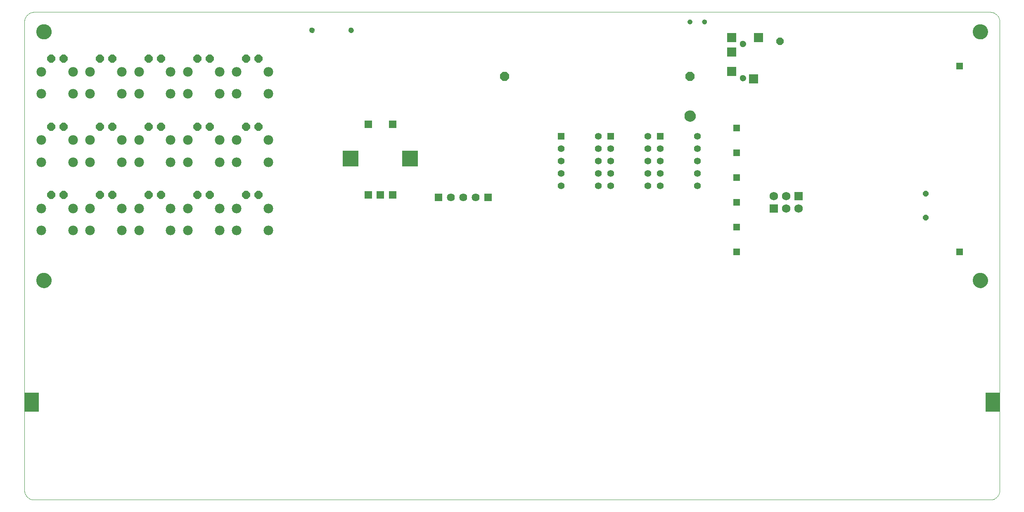
<source format=gbs>
G75*
G70*
%OFA0B0*%
%FSLAX24Y24*%
%IPPOS*%
%LPD*%
%AMOC8*
5,1,8,0,0,1.08239X$1,22.5*
%
%ADD10C,0.0000*%
%ADD11C,0.1221*%
%ADD12R,0.1181X0.1575*%
%ADD13R,0.0634X0.0634*%
%ADD14R,0.1306X0.1306*%
%ADD15C,0.0780*%
%ADD16OC8,0.0640*%
%ADD17C,0.0434*%
%ADD18R,0.0555X0.0555*%
%ADD19C,0.0555*%
%ADD20R,0.0640X0.0640*%
%ADD21C,0.0640*%
%ADD22OC8,0.0749*%
%ADD23C,0.0906*%
%ADD24R,0.0749X0.0749*%
%ADD25C,0.0512*%
%ADD26OC8,0.0440*%
%ADD27R,0.0683X0.0683*%
%ADD28C,0.0683*%
%ADD29C,0.0394*%
%ADD30R,0.0571X0.0571*%
%ADD31OC8,0.0571*%
D10*
X000927Y000100D02*
X078093Y000100D01*
X078147Y000102D01*
X078200Y000107D01*
X078253Y000116D01*
X078305Y000129D01*
X078357Y000145D01*
X078407Y000165D01*
X078455Y000188D01*
X078502Y000215D01*
X078547Y000244D01*
X078590Y000277D01*
X078630Y000312D01*
X078668Y000350D01*
X078703Y000390D01*
X078736Y000433D01*
X078765Y000478D01*
X078792Y000525D01*
X078815Y000573D01*
X078835Y000623D01*
X078851Y000675D01*
X078864Y000727D01*
X078873Y000780D01*
X078878Y000833D01*
X078880Y000887D01*
X078880Y038683D01*
X078878Y038737D01*
X078873Y038790D01*
X078864Y038843D01*
X078851Y038895D01*
X078835Y038947D01*
X078815Y038997D01*
X078792Y039045D01*
X078765Y039092D01*
X078736Y039137D01*
X078703Y039180D01*
X078668Y039220D01*
X078630Y039258D01*
X078590Y039293D01*
X078547Y039326D01*
X078502Y039355D01*
X078455Y039382D01*
X078407Y039405D01*
X078357Y039425D01*
X078305Y039441D01*
X078253Y039454D01*
X078200Y039463D01*
X078147Y039468D01*
X078093Y039470D01*
X000927Y039470D01*
X000873Y039468D01*
X000820Y039463D01*
X000767Y039454D01*
X000715Y039441D01*
X000663Y039425D01*
X000613Y039405D01*
X000565Y039382D01*
X000518Y039355D01*
X000473Y039326D01*
X000430Y039293D01*
X000390Y039258D01*
X000352Y039220D01*
X000317Y039180D01*
X000284Y039137D01*
X000255Y039092D01*
X000228Y039045D01*
X000205Y038997D01*
X000185Y038947D01*
X000169Y038895D01*
X000156Y038843D01*
X000147Y038790D01*
X000142Y038737D01*
X000140Y038683D01*
X000140Y000887D01*
X000142Y000833D01*
X000147Y000780D01*
X000156Y000727D01*
X000169Y000675D01*
X000185Y000623D01*
X000205Y000573D01*
X000228Y000525D01*
X000255Y000478D01*
X000284Y000433D01*
X000317Y000390D01*
X000352Y000350D01*
X000390Y000312D01*
X000430Y000277D01*
X000473Y000244D01*
X000518Y000215D01*
X000565Y000188D01*
X000613Y000165D01*
X000663Y000145D01*
X000715Y000129D01*
X000767Y000116D01*
X000820Y000107D01*
X000873Y000102D01*
X000927Y000100D01*
X001124Y017817D02*
X001126Y017865D01*
X001132Y017913D01*
X001142Y017960D01*
X001155Y018006D01*
X001173Y018051D01*
X001193Y018095D01*
X001218Y018137D01*
X001246Y018176D01*
X001276Y018213D01*
X001310Y018247D01*
X001347Y018279D01*
X001385Y018308D01*
X001426Y018333D01*
X001469Y018355D01*
X001514Y018373D01*
X001560Y018387D01*
X001607Y018398D01*
X001655Y018405D01*
X001703Y018408D01*
X001751Y018407D01*
X001799Y018402D01*
X001847Y018393D01*
X001893Y018381D01*
X001938Y018364D01*
X001982Y018344D01*
X002024Y018321D01*
X002064Y018294D01*
X002102Y018264D01*
X002137Y018231D01*
X002169Y018195D01*
X002199Y018157D01*
X002225Y018116D01*
X002247Y018073D01*
X002267Y018029D01*
X002282Y017984D01*
X002294Y017937D01*
X002302Y017889D01*
X002306Y017841D01*
X002306Y017793D01*
X002302Y017745D01*
X002294Y017697D01*
X002282Y017650D01*
X002267Y017605D01*
X002247Y017561D01*
X002225Y017518D01*
X002199Y017477D01*
X002169Y017439D01*
X002137Y017403D01*
X002102Y017370D01*
X002064Y017340D01*
X002024Y017313D01*
X001982Y017290D01*
X001938Y017270D01*
X001893Y017253D01*
X001847Y017241D01*
X001799Y017232D01*
X001751Y017227D01*
X001703Y017226D01*
X001655Y017229D01*
X001607Y017236D01*
X001560Y017247D01*
X001514Y017261D01*
X001469Y017279D01*
X001426Y017301D01*
X001385Y017326D01*
X001347Y017355D01*
X001310Y017387D01*
X001276Y017421D01*
X001246Y017458D01*
X001218Y017497D01*
X001193Y017539D01*
X001173Y017583D01*
X001155Y017628D01*
X001142Y017674D01*
X001132Y017721D01*
X001126Y017769D01*
X001124Y017817D01*
X001124Y037895D02*
X001126Y037943D01*
X001132Y037991D01*
X001142Y038038D01*
X001155Y038084D01*
X001173Y038129D01*
X001193Y038173D01*
X001218Y038215D01*
X001246Y038254D01*
X001276Y038291D01*
X001310Y038325D01*
X001347Y038357D01*
X001385Y038386D01*
X001426Y038411D01*
X001469Y038433D01*
X001514Y038451D01*
X001560Y038465D01*
X001607Y038476D01*
X001655Y038483D01*
X001703Y038486D01*
X001751Y038485D01*
X001799Y038480D01*
X001847Y038471D01*
X001893Y038459D01*
X001938Y038442D01*
X001982Y038422D01*
X002024Y038399D01*
X002064Y038372D01*
X002102Y038342D01*
X002137Y038309D01*
X002169Y038273D01*
X002199Y038235D01*
X002225Y038194D01*
X002247Y038151D01*
X002267Y038107D01*
X002282Y038062D01*
X002294Y038015D01*
X002302Y037967D01*
X002306Y037919D01*
X002306Y037871D01*
X002302Y037823D01*
X002294Y037775D01*
X002282Y037728D01*
X002267Y037683D01*
X002247Y037639D01*
X002225Y037596D01*
X002199Y037555D01*
X002169Y037517D01*
X002137Y037481D01*
X002102Y037448D01*
X002064Y037418D01*
X002024Y037391D01*
X001982Y037368D01*
X001938Y037348D01*
X001893Y037331D01*
X001847Y037319D01*
X001799Y037310D01*
X001751Y037305D01*
X001703Y037304D01*
X001655Y037307D01*
X001607Y037314D01*
X001560Y037325D01*
X001514Y037339D01*
X001469Y037357D01*
X001426Y037379D01*
X001385Y037404D01*
X001347Y037433D01*
X001310Y037465D01*
X001276Y037499D01*
X001246Y037536D01*
X001218Y037575D01*
X001193Y037617D01*
X001173Y037661D01*
X001155Y037706D01*
X001142Y037752D01*
X001132Y037799D01*
X001126Y037847D01*
X001124Y037895D01*
X023152Y038013D02*
X023154Y038040D01*
X023160Y038067D01*
X023169Y038093D01*
X023182Y038117D01*
X023198Y038140D01*
X023217Y038159D01*
X023239Y038176D01*
X023263Y038190D01*
X023288Y038200D01*
X023315Y038207D01*
X023342Y038210D01*
X023370Y038209D01*
X023397Y038204D01*
X023423Y038196D01*
X023447Y038184D01*
X023470Y038168D01*
X023491Y038150D01*
X023508Y038129D01*
X023523Y038105D01*
X023534Y038080D01*
X023542Y038054D01*
X023546Y038027D01*
X023546Y037999D01*
X023542Y037972D01*
X023534Y037946D01*
X023523Y037921D01*
X023508Y037897D01*
X023491Y037876D01*
X023470Y037858D01*
X023448Y037842D01*
X023423Y037830D01*
X023397Y037822D01*
X023370Y037817D01*
X023342Y037816D01*
X023315Y037819D01*
X023288Y037826D01*
X023263Y037836D01*
X023239Y037850D01*
X023217Y037867D01*
X023198Y037886D01*
X023182Y037909D01*
X023169Y037933D01*
X023160Y037959D01*
X023154Y037986D01*
X023152Y038013D01*
X026301Y038013D02*
X026303Y038040D01*
X026309Y038067D01*
X026318Y038093D01*
X026331Y038117D01*
X026347Y038140D01*
X026366Y038159D01*
X026388Y038176D01*
X026412Y038190D01*
X026437Y038200D01*
X026464Y038207D01*
X026491Y038210D01*
X026519Y038209D01*
X026546Y038204D01*
X026572Y038196D01*
X026596Y038184D01*
X026619Y038168D01*
X026640Y038150D01*
X026657Y038129D01*
X026672Y038105D01*
X026683Y038080D01*
X026691Y038054D01*
X026695Y038027D01*
X026695Y037999D01*
X026691Y037972D01*
X026683Y037946D01*
X026672Y037921D01*
X026657Y037897D01*
X026640Y037876D01*
X026619Y037858D01*
X026597Y037842D01*
X026572Y037830D01*
X026546Y037822D01*
X026519Y037817D01*
X026491Y037816D01*
X026464Y037819D01*
X026437Y037826D01*
X026412Y037836D01*
X026388Y037850D01*
X026366Y037867D01*
X026347Y037886D01*
X026331Y037909D01*
X026318Y037933D01*
X026309Y037959D01*
X026303Y037986D01*
X026301Y038013D01*
X053678Y038691D02*
X053680Y038717D01*
X053686Y038743D01*
X053696Y038768D01*
X053709Y038791D01*
X053725Y038811D01*
X053745Y038829D01*
X053767Y038844D01*
X053790Y038856D01*
X053816Y038864D01*
X053842Y038868D01*
X053868Y038868D01*
X053894Y038864D01*
X053920Y038856D01*
X053944Y038844D01*
X053965Y038829D01*
X053985Y038811D01*
X054001Y038791D01*
X054014Y038768D01*
X054024Y038743D01*
X054030Y038717D01*
X054032Y038691D01*
X054030Y038665D01*
X054024Y038639D01*
X054014Y038614D01*
X054001Y038591D01*
X053985Y038571D01*
X053965Y038553D01*
X053943Y038538D01*
X053920Y038526D01*
X053894Y038518D01*
X053868Y038514D01*
X053842Y038514D01*
X053816Y038518D01*
X053790Y038526D01*
X053766Y038538D01*
X053745Y038553D01*
X053725Y038571D01*
X053709Y038591D01*
X053696Y038614D01*
X053686Y038639D01*
X053680Y038665D01*
X053678Y038691D01*
X054859Y038691D02*
X054861Y038717D01*
X054867Y038743D01*
X054877Y038768D01*
X054890Y038791D01*
X054906Y038811D01*
X054926Y038829D01*
X054948Y038844D01*
X054971Y038856D01*
X054997Y038864D01*
X055023Y038868D01*
X055049Y038868D01*
X055075Y038864D01*
X055101Y038856D01*
X055125Y038844D01*
X055146Y038829D01*
X055166Y038811D01*
X055182Y038791D01*
X055195Y038768D01*
X055205Y038743D01*
X055211Y038717D01*
X055213Y038691D01*
X055211Y038665D01*
X055205Y038639D01*
X055195Y038614D01*
X055182Y038591D01*
X055166Y038571D01*
X055146Y038553D01*
X055124Y038538D01*
X055101Y038526D01*
X055075Y038518D01*
X055049Y038514D01*
X055023Y038514D01*
X054997Y038518D01*
X054971Y038526D01*
X054947Y038538D01*
X054926Y038553D01*
X054906Y038571D01*
X054890Y038591D01*
X054877Y038614D01*
X054867Y038639D01*
X054861Y038665D01*
X054859Y038691D01*
X057896Y036911D02*
X057898Y036941D01*
X057904Y036971D01*
X057913Y037000D01*
X057926Y037027D01*
X057943Y037052D01*
X057962Y037075D01*
X057985Y037096D01*
X058010Y037113D01*
X058036Y037127D01*
X058065Y037137D01*
X058094Y037144D01*
X058124Y037147D01*
X058155Y037146D01*
X058185Y037141D01*
X058214Y037132D01*
X058241Y037120D01*
X058267Y037105D01*
X058291Y037086D01*
X058312Y037064D01*
X058330Y037040D01*
X058345Y037013D01*
X058356Y036985D01*
X058364Y036956D01*
X058368Y036926D01*
X058368Y036896D01*
X058364Y036866D01*
X058356Y036837D01*
X058345Y036809D01*
X058330Y036782D01*
X058312Y036758D01*
X058291Y036736D01*
X058267Y036717D01*
X058241Y036702D01*
X058214Y036690D01*
X058185Y036681D01*
X058155Y036676D01*
X058124Y036675D01*
X058094Y036678D01*
X058065Y036685D01*
X058036Y036695D01*
X058010Y036709D01*
X057985Y036726D01*
X057962Y036747D01*
X057943Y036770D01*
X057926Y036795D01*
X057913Y036822D01*
X057904Y036851D01*
X057898Y036881D01*
X057896Y036911D01*
X057896Y034155D02*
X057898Y034185D01*
X057904Y034215D01*
X057913Y034244D01*
X057926Y034271D01*
X057943Y034296D01*
X057962Y034319D01*
X057985Y034340D01*
X058010Y034357D01*
X058036Y034371D01*
X058065Y034381D01*
X058094Y034388D01*
X058124Y034391D01*
X058155Y034390D01*
X058185Y034385D01*
X058214Y034376D01*
X058241Y034364D01*
X058267Y034349D01*
X058291Y034330D01*
X058312Y034308D01*
X058330Y034284D01*
X058345Y034257D01*
X058356Y034229D01*
X058364Y034200D01*
X058368Y034170D01*
X058368Y034140D01*
X058364Y034110D01*
X058356Y034081D01*
X058345Y034053D01*
X058330Y034026D01*
X058312Y034002D01*
X058291Y033980D01*
X058267Y033961D01*
X058241Y033946D01*
X058214Y033934D01*
X058185Y033925D01*
X058155Y033920D01*
X058124Y033919D01*
X058094Y033922D01*
X058065Y033929D01*
X058036Y033939D01*
X058010Y033953D01*
X057985Y033970D01*
X057962Y033991D01*
X057943Y034014D01*
X057926Y034039D01*
X057913Y034066D01*
X057904Y034095D01*
X057898Y034125D01*
X057896Y034155D01*
X053443Y031093D02*
X053445Y031134D01*
X053451Y031175D01*
X053461Y031215D01*
X053474Y031254D01*
X053491Y031291D01*
X053512Y031327D01*
X053536Y031361D01*
X053563Y031392D01*
X053592Y031420D01*
X053625Y031446D01*
X053659Y031468D01*
X053696Y031487D01*
X053734Y031502D01*
X053774Y031514D01*
X053814Y031522D01*
X053855Y031526D01*
X053897Y031526D01*
X053938Y031522D01*
X053978Y031514D01*
X054018Y031502D01*
X054056Y031487D01*
X054092Y031468D01*
X054127Y031446D01*
X054160Y031420D01*
X054189Y031392D01*
X054216Y031361D01*
X054240Y031327D01*
X054261Y031291D01*
X054278Y031254D01*
X054291Y031215D01*
X054301Y031175D01*
X054307Y031134D01*
X054309Y031093D01*
X054307Y031052D01*
X054301Y031011D01*
X054291Y030971D01*
X054278Y030932D01*
X054261Y030895D01*
X054240Y030859D01*
X054216Y030825D01*
X054189Y030794D01*
X054160Y030766D01*
X054127Y030740D01*
X054093Y030718D01*
X054056Y030699D01*
X054018Y030684D01*
X053978Y030672D01*
X053938Y030664D01*
X053897Y030660D01*
X053855Y030660D01*
X053814Y030664D01*
X053774Y030672D01*
X053734Y030684D01*
X053696Y030699D01*
X053660Y030718D01*
X053625Y030740D01*
X053592Y030766D01*
X053563Y030794D01*
X053536Y030825D01*
X053512Y030859D01*
X053491Y030895D01*
X053474Y030932D01*
X053461Y030971D01*
X053451Y031011D01*
X053445Y031052D01*
X053443Y031093D01*
X076714Y037895D02*
X076716Y037943D01*
X076722Y037991D01*
X076732Y038038D01*
X076745Y038084D01*
X076763Y038129D01*
X076783Y038173D01*
X076808Y038215D01*
X076836Y038254D01*
X076866Y038291D01*
X076900Y038325D01*
X076937Y038357D01*
X076975Y038386D01*
X077016Y038411D01*
X077059Y038433D01*
X077104Y038451D01*
X077150Y038465D01*
X077197Y038476D01*
X077245Y038483D01*
X077293Y038486D01*
X077341Y038485D01*
X077389Y038480D01*
X077437Y038471D01*
X077483Y038459D01*
X077528Y038442D01*
X077572Y038422D01*
X077614Y038399D01*
X077654Y038372D01*
X077692Y038342D01*
X077727Y038309D01*
X077759Y038273D01*
X077789Y038235D01*
X077815Y038194D01*
X077837Y038151D01*
X077857Y038107D01*
X077872Y038062D01*
X077884Y038015D01*
X077892Y037967D01*
X077896Y037919D01*
X077896Y037871D01*
X077892Y037823D01*
X077884Y037775D01*
X077872Y037728D01*
X077857Y037683D01*
X077837Y037639D01*
X077815Y037596D01*
X077789Y037555D01*
X077759Y037517D01*
X077727Y037481D01*
X077692Y037448D01*
X077654Y037418D01*
X077614Y037391D01*
X077572Y037368D01*
X077528Y037348D01*
X077483Y037331D01*
X077437Y037319D01*
X077389Y037310D01*
X077341Y037305D01*
X077293Y037304D01*
X077245Y037307D01*
X077197Y037314D01*
X077150Y037325D01*
X077104Y037339D01*
X077059Y037357D01*
X077016Y037379D01*
X076975Y037404D01*
X076937Y037433D01*
X076900Y037465D01*
X076866Y037499D01*
X076836Y037536D01*
X076808Y037575D01*
X076783Y037617D01*
X076763Y037661D01*
X076745Y037706D01*
X076732Y037752D01*
X076722Y037799D01*
X076716Y037847D01*
X076714Y037895D01*
X076714Y017817D02*
X076716Y017865D01*
X076722Y017913D01*
X076732Y017960D01*
X076745Y018006D01*
X076763Y018051D01*
X076783Y018095D01*
X076808Y018137D01*
X076836Y018176D01*
X076866Y018213D01*
X076900Y018247D01*
X076937Y018279D01*
X076975Y018308D01*
X077016Y018333D01*
X077059Y018355D01*
X077104Y018373D01*
X077150Y018387D01*
X077197Y018398D01*
X077245Y018405D01*
X077293Y018408D01*
X077341Y018407D01*
X077389Y018402D01*
X077437Y018393D01*
X077483Y018381D01*
X077528Y018364D01*
X077572Y018344D01*
X077614Y018321D01*
X077654Y018294D01*
X077692Y018264D01*
X077727Y018231D01*
X077759Y018195D01*
X077789Y018157D01*
X077815Y018116D01*
X077837Y018073D01*
X077857Y018029D01*
X077872Y017984D01*
X077884Y017937D01*
X077892Y017889D01*
X077896Y017841D01*
X077896Y017793D01*
X077892Y017745D01*
X077884Y017697D01*
X077872Y017650D01*
X077857Y017605D01*
X077837Y017561D01*
X077815Y017518D01*
X077789Y017477D01*
X077759Y017439D01*
X077727Y017403D01*
X077692Y017370D01*
X077654Y017340D01*
X077614Y017313D01*
X077572Y017290D01*
X077528Y017270D01*
X077483Y017253D01*
X077437Y017241D01*
X077389Y017232D01*
X077341Y017227D01*
X077293Y017226D01*
X077245Y017229D01*
X077197Y017236D01*
X077150Y017247D01*
X077104Y017261D01*
X077059Y017279D01*
X077016Y017301D01*
X076975Y017326D01*
X076937Y017355D01*
X076900Y017387D01*
X076866Y017421D01*
X076836Y017458D01*
X076808Y017497D01*
X076783Y017539D01*
X076763Y017583D01*
X076745Y017628D01*
X076732Y017674D01*
X076722Y017721D01*
X076716Y017769D01*
X076714Y017817D01*
D11*
X077305Y017817D03*
X077305Y037895D03*
X001715Y037895D03*
X001715Y017817D03*
D12*
X000731Y007974D03*
X078290Y007974D03*
D13*
X029864Y024706D03*
X028880Y024706D03*
X027896Y024706D03*
X027896Y030415D03*
X029864Y030415D03*
D14*
X031282Y027659D03*
X026479Y027659D03*
D15*
X019826Y027360D03*
X019826Y029140D03*
X017266Y029140D03*
X015889Y029140D03*
X015889Y027360D03*
X017266Y027360D03*
X013329Y027360D03*
X011951Y027360D03*
X011951Y029140D03*
X013329Y029140D03*
X009391Y029140D03*
X008014Y029140D03*
X008014Y027360D03*
X009391Y027360D03*
X005454Y027360D03*
X004077Y027360D03*
X004077Y029140D03*
X005454Y029140D03*
X001517Y029140D03*
X001517Y027360D03*
X001517Y023628D03*
X004077Y023628D03*
X005454Y023628D03*
X008014Y023628D03*
X009391Y023628D03*
X011951Y023628D03*
X013329Y023628D03*
X015889Y023628D03*
X017266Y023628D03*
X019826Y023628D03*
X019826Y021848D03*
X017266Y021848D03*
X015889Y021848D03*
X013329Y021848D03*
X011951Y021848D03*
X009391Y021848D03*
X008014Y021848D03*
X005454Y021848D03*
X004077Y021848D03*
X001517Y021848D03*
X001517Y032871D03*
X001517Y034651D03*
X004077Y034651D03*
X005454Y034651D03*
X005454Y032871D03*
X004077Y032871D03*
X008014Y032871D03*
X009391Y032871D03*
X009391Y034651D03*
X008014Y034651D03*
X011951Y034651D03*
X013329Y034651D03*
X013329Y032871D03*
X011951Y032871D03*
X015889Y032871D03*
X017266Y032871D03*
X017266Y034651D03*
X015889Y034651D03*
X019826Y034651D03*
X019826Y032871D03*
D16*
X019046Y030218D03*
X018046Y030218D03*
X015109Y030218D03*
X014109Y030218D03*
X011171Y030218D03*
X010171Y030218D03*
X007234Y030218D03*
X006234Y030218D03*
X003297Y030218D03*
X002297Y030218D03*
X002297Y024706D03*
X003297Y024706D03*
X006234Y024706D03*
X007234Y024706D03*
X010171Y024706D03*
X011171Y024706D03*
X014109Y024706D03*
X015109Y024706D03*
X018046Y024706D03*
X019046Y024706D03*
X019046Y035730D03*
X018046Y035730D03*
X015109Y035730D03*
X014109Y035730D03*
X011171Y035730D03*
X010171Y035730D03*
X007234Y035730D03*
X006234Y035730D03*
X003297Y035730D03*
X002297Y035730D03*
D17*
X023349Y038013D03*
X026498Y038013D03*
D18*
X043459Y029439D03*
X047459Y029439D03*
X051459Y029439D03*
D19*
X050459Y029439D03*
X050459Y028439D03*
X051459Y028439D03*
X051459Y027439D03*
X050459Y027439D03*
X050459Y026439D03*
X051459Y026439D03*
X051459Y025439D03*
X050459Y025439D03*
X047459Y025439D03*
X046459Y025439D03*
X046459Y026439D03*
X046459Y027439D03*
X047459Y027439D03*
X047459Y026439D03*
X047459Y028439D03*
X046459Y028439D03*
X046459Y029439D03*
X043459Y028439D03*
X043459Y027439D03*
X043459Y026439D03*
X043459Y025439D03*
X054459Y025439D03*
X054459Y026439D03*
X054459Y027439D03*
X054459Y028439D03*
X054459Y029439D03*
D20*
X037555Y024524D03*
X033555Y024524D03*
D21*
X034555Y024524D03*
X035555Y024524D03*
X036555Y024524D03*
D22*
X038915Y034293D03*
X053876Y034293D03*
D23*
X053876Y031093D03*
D24*
X058998Y034076D03*
X057227Y034667D03*
X057227Y036242D03*
X057227Y037423D03*
X059392Y037423D03*
D25*
X058132Y036911D03*
X058132Y034155D03*
D26*
X072890Y024811D03*
X072890Y022889D03*
D27*
X062640Y024600D03*
X060640Y023600D03*
D28*
X060640Y024600D03*
X061640Y024600D03*
X061640Y023600D03*
X062640Y023600D03*
D29*
X055036Y038691D03*
X053855Y038691D03*
D30*
X057640Y030100D03*
X057640Y028100D03*
X057640Y026100D03*
X057640Y024100D03*
X057640Y022100D03*
X057640Y020100D03*
X075640Y020100D03*
X075640Y035100D03*
D31*
X061140Y037100D03*
M02*

</source>
